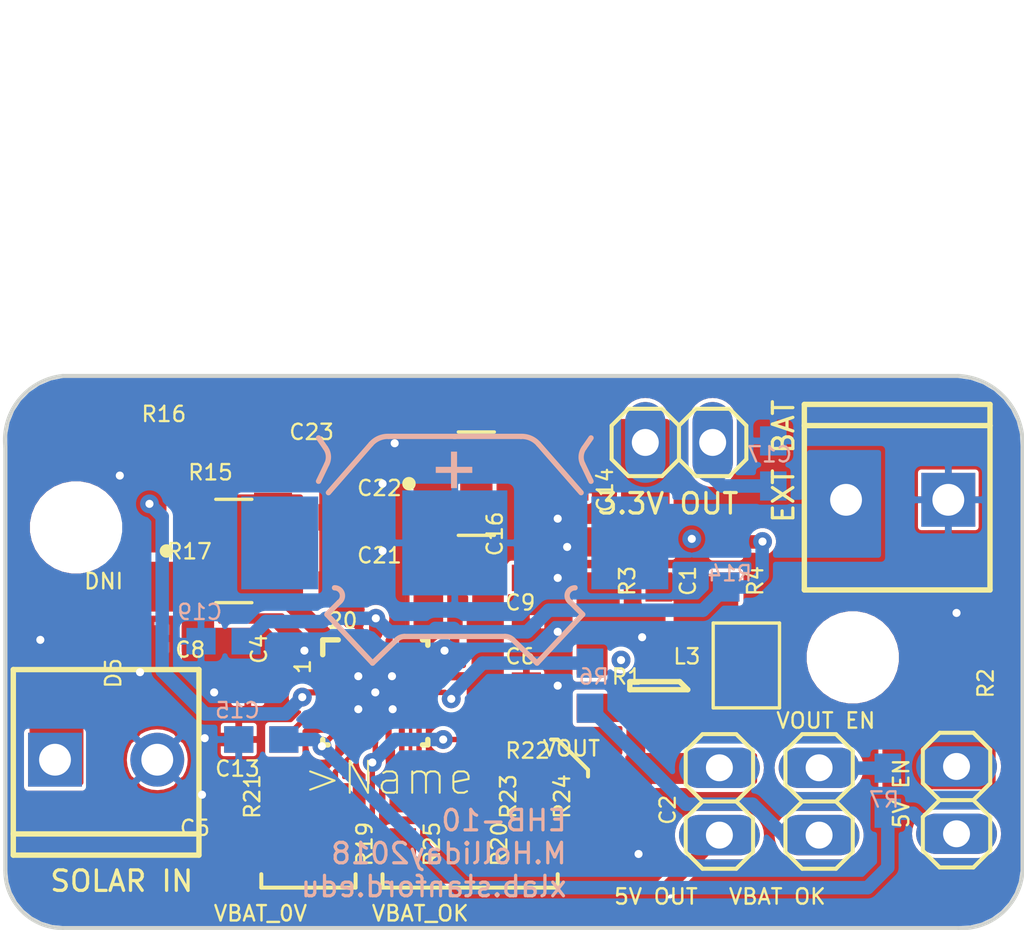
<source format=kicad_pcb>
(kicad_pcb (version 20171130) (host pcbnew "(5.1.4)-1")
  (layers (0 Top signal) (31 Bottom signal) (34 B.Paste user hide) (35 F.Paste user hide) (36 B.SilkS user hide) (37 F.SilkS user hide) (38 B.Mask user hide) (39 F.Mask user hide) (44 Edge.Cuts user))
  (net 0 "")
  (net 1 GND)
  (net 2 "Net-(C1-Pad2)")
  (net 3 3.3V)
  (net 4 "Net-(C2-Pad1)")
  (net 5 "Net-(C4-Pad1)")
  (net 6 /+5V)
  (net 7 "Net-(C14-Pad1)")
  (net 8 "Net-(C13-Pad1)")
  (net 9 /VOUT_EN)
  (net 10 "Net-(R1-Pad1)")
  (net 11 "Net-(JP2-Pad2)")
  (net 12 /VBAT)
  (net 13 "Net-(L1-Pad2)")
  (net 14 "Net-(C21-Pad1)")
  (net 15 "Net-(L4-Pad1)")
  (net 16 /VBAT_OK)
  (net 17 "Net-(R22-Pad1)")
  (net 18 "Net-(R20-Pad1)")
  (net 19 "Net-(R20-Pad2)")
  (net 20 "Net-(R19-Pad2)")
  (net 21 "Net-(R19-Pad1)")
  (net 22 "Net-(R15-Pad2)")
  (net 23 "Net-(L3-PadP$2)")
  (net 24 /+3.3V)
  (net 25 "Net-(G2-Pad+@1)")
  (net 26 "Net-(JP6-Pad1)")
  (net 27 "Net-(JP6-Pad2)")
  (module "" (layer Top) (at 131.99616 100.302844)
    (fp_text reference @HOLE0 hide)
    (fp_text value "" (at 0 0) (layer F.SilkS) (effects (font (size 1.27 1.27))))
    (pad "" np_thru_hole circle (at 0 0) (size 3.175 3.175) (drill 3.175) (layers *.Cu *.Mask))
  )
  (module "" (layer Top) (at 161.28236 105.205044)
    (fp_text reference @HOLE1 hide)
    (fp_text value "" (at 0 0) (layer F.SilkS) (effects (font (size 1.27 1.27))))
    (pad "" np_thru_hole circle (at 0 0) (size 3.175 3.175) (drill 3.175) (layers *.Cu *.Mask))
  )
  (module EBH-10:0603 (layer Top) (at 153.96716 101.699844 270)
    (fp_text reference C1 (at 0 -0.762 90) (layer F.SilkS) (effects (font (size 0.57912 0.57912) (thickness 0.086868)) (justify right top)))
    (fp_text value 10uF)
    (pad 2 smd rect (at 0.85 0 270) (size 1.1 1) (layers Top F.Paste F.Mask) (net 2 "Net-(C1-Pad2)"))
    (pad 1 smd rect (at -0.85 0 270) (size 1.1 1) (layers Top F.Paste F.Mask) (net 1 GND))
  )
  (module EBH-10:0603 (layer Top) (at 138.98116 108.303844 180)
    (fp_text reference C13 (at 0 -0.762) (layer F.SilkS) (effects (font (size 0.57912 0.57912) (thickness 0.086868)) (justify right top)))
    (fp_text value 10nF)
    (pad 2 smd rect (at 0.85 0 180) (size 1.1 1) (layers Top F.Paste F.Mask) (net 1 GND))
    (pad 1 smd rect (at -0.85 0 180) (size 1.1 1) (layers Top F.Paste F.Mask) (net 8 "Net-(C13-Pad1)"))
  )
  (module EBH-10:0805 (layer Top) (at 150.71596 97.991444 270)
    (fp_text reference C14 (at 0 -0.889 90) (layer F.SilkS) (effects (font (size 0.57912 0.57912) (thickness 0.086868)) (justify right top)))
    (fp_text value 22uF)
    (pad 2 smd rect (at 0.9 0 270) (size 0.8 1.2) (layers Top F.Paste F.Mask) (net 1 GND))
    (pad 1 smd rect (at -0.9 0 270) (size 0.8 1.2) (layers Top F.Paste F.Mask) (net 7 "Net-(C14-Pad1)"))
  )
  (module EBH-10:0603 (layer Bottom) (at 138.98116 108.303844 180)
    (fp_text reference C15 (at 0 0.762) (layer B.SilkS) (effects (font (size 0.57912 0.57912) (thickness 0.086868)) (justify left bottom mirror)))
    (fp_text value 1.0uF)
    (pad 2 smd rect (at 0.85 0 180) (size 1.1 1) (layers Bottom B.Paste B.Mask) (net 1 GND))
    (pad 1 smd rect (at -0.85 0 180) (size 1.1 1) (layers Bottom B.Paste B.Mask) (net 9 /VOUT_EN))
  )
  (module EBH-10:0603 (layer Top) (at 148.12516 102.207844)
    (fp_text reference C16 (at 0 -0.762 90) (layer F.SilkS) (effects (font (size 0.57912 0.57912) (thickness 0.086868)) (justify left bottom)))
    (fp_text value 100uF)
    (pad 2 smd rect (at 0.85 0) (size 1.1 1) (layers Top F.Paste F.Mask) (net 1 GND))
    (pad 1 smd rect (at -0.85 0) (size 1.1 1) (layers Top F.Paste F.Mask) (net 7 "Net-(C14-Pad1)"))
  )
  (module EBH-10:0603 (layer Bottom) (at 158.28516 97.889844 90)
    (fp_text reference C17 (at 0 0.762 180) (layer B.SilkS) (effects (font (size 0.57912 0.57912) (thickness 0.086868)) (justify left bottom mirror)))
    (fp_text value 0.1uF)
    (pad 2 smd rect (at 0.85 0 90) (size 1.1 1) (layers Bottom B.Paste B.Mask) (net 1 GND))
    (pad 1 smd rect (at -0.85 0 90) (size 1.1 1) (layers Bottom B.Paste B.Mask) (net 24 /+3.3V))
  )
  (module EBH-10:0603 (layer Bottom) (at 137.55876 104.595444 180)
    (fp_text reference C19 (at 0 0.762) (layer B.SilkS) (effects (font (size 0.57912 0.57912) (thickness 0.086868)) (justify left bottom mirror)))
    (fp_text value 100uF)
    (pad 2 smd rect (at 0.85 0 180) (size 1.1 1) (layers Bottom B.Paste B.Mask) (net 1 GND))
    (pad 1 smd rect (at -0.85 0 180) (size 1.1 1) (layers Bottom B.Paste B.Mask) (net 12 /VBAT))
  )
  (module EBH-10:0603 (layer Top) (at 153.20516 110.335844 270)
    (fp_text reference C2 (at 0 -0.762 90) (layer F.SilkS) (effects (font (size 0.57912 0.57912) (thickness 0.086868)) (justify right top)))
    (fp_text value 10uF)
    (pad 2 smd rect (at 0.85 0 270) (size 1.1 1) (layers Top F.Paste F.Mask) (net 1 GND))
    (pad 1 smd rect (at -0.85 0 270) (size 1.1 1) (layers Top F.Paste F.Mask) (net 4 "Net-(C2-Pad1)"))
  )
  (module EBH-10:0603 (layer Top) (at 142.53716 102.461844)
    (fp_text reference C21 (at 0 -0.762) (layer F.SilkS) (effects (font (size 0.57912 0.57912) (thickness 0.086868)) (justify left bottom)))
    (fp_text value 4.7uF)
    (pad 2 smd rect (at 0.85 0) (size 1.1 1) (layers Top F.Paste F.Mask) (net 1 GND))
    (pad 1 smd rect (at -0.85 0) (size 1.1 1) (layers Top F.Paste F.Mask) (net 14 "Net-(C21-Pad1)"))
  )
  (module EBH-10:0603 (layer Top) (at 142.53716 99.921844)
    (fp_text reference C22 (at 0 -0.762) (layer F.SilkS) (effects (font (size 0.57912 0.57912) (thickness 0.086868)) (justify left bottom)))
    (fp_text value 0.1uF)
    (pad 2 smd rect (at 0.85 0) (size 1.1 1) (layers Top F.Paste F.Mask) (net 1 GND))
    (pad 1 smd rect (at -0.85 0) (size 1.1 1) (layers Top F.Paste F.Mask) (net 14 "Net-(C21-Pad1)"))
  )
  (module EBH-10:0603 (layer Top) (at 141.77516 97.127844)
    (fp_text reference C23 (at 0 -0.762) (layer F.SilkS) (effects (font (size 0.57912 0.57912) (thickness 0.086868)) (justify right top)))
    (fp_text value 100uF)
    (pad 2 smd rect (at 0.85 0) (size 1.1 1) (layers Top F.Paste F.Mask) (net 1 GND))
    (pad 1 smd rect (at -0.85 0) (size 1.1 1) (layers Top F.Paste F.Mask) (net 14 "Net-(C21-Pad1)"))
  )
  (module EBH-10:0603 (layer Top) (at 138.47316 105.509844 270)
    (fp_text reference C4 (at 0 -0.762 90) (layer F.SilkS) (effects (font (size 0.57912 0.57912) (thickness 0.086868)) (justify left bottom)))
    (fp_text value 4.7uF)
    (pad 2 smd rect (at 0.85 0 270) (size 1.1 1) (layers Top F.Paste F.Mask) (net 1 GND))
    (pad 1 smd rect (at -0.85 0 270) (size 1.1 1) (layers Top F.Paste F.Mask) (net 5 "Net-(C4-Pad1)"))
  )
  (module EBH-10:0603 (layer Top) (at 137.86356 111.301044 90)
    (fp_text reference C5 (at 0 -0.762) (layer F.SilkS) (effects (font (size 0.57912 0.57912) (thickness 0.086868)) (justify right top)))
    (fp_text value 0.1uF)
    (pad 2 smd rect (at 0.85 0 90) (size 1.1 1) (layers Top F.Paste F.Mask) (net 1 GND))
    (pad 1 smd rect (at -0.85 0 90) (size 1.1 1) (layers Top F.Paste F.Mask) (net 6 /+5V))
  )
  (module EBH-10:0603 (layer Top) (at 148.12516 106.271844)
    (fp_text reference C6 (at 0 -0.762) (layer F.SilkS) (effects (font (size 0.57912 0.57912) (thickness 0.086868)) (justify left bottom)))
    (fp_text value 0.1uF)
    (pad 2 smd rect (at 0.85 0) (size 1.1 1) (layers Top F.Paste F.Mask) (net 1 GND))
    (pad 1 smd rect (at -0.85 0) (size 1.1 1) (layers Top F.Paste F.Mask) (net 7 "Net-(C14-Pad1)"))
  )
  (module EBH-10:0603 (layer Top) (at 135.67916 104.493844 180)
    (fp_text reference C8 (at 0 -0.762) (layer F.SilkS) (effects (font (size 0.57912 0.57912) (thickness 0.086868)) (justify left bottom)))
    (fp_text value 0.1uF)
    (pad 2 smd rect (at 0.85 0 180) (size 1.1 1) (layers Top F.Paste F.Mask) (net 1 GND))
    (pad 1 smd rect (at -0.85 0 180) (size 1.1 1) (layers Top F.Paste F.Mask) (net 5 "Net-(C4-Pad1)"))
  )
  (module EBH-10:0603 (layer Top) (at 148.12516 104.239844)
    (fp_text reference C9 (at 0 -0.762) (layer F.SilkS) (effects (font (size 0.57912 0.57912) (thickness 0.086868)) (justify left bottom)))
    (fp_text value 100uF)
    (pad 2 smd rect (at 0.85 0) (size 1.1 1) (layers Top F.Paste F.Mask) (net 1 GND))
    (pad 1 smd rect (at -0.85 0) (size 1.1 1) (layers Top F.Paste F.Mask) (net 7 "Net-(C14-Pad1)"))
  )
  (module EBH-10:SOD523 (layer Top) (at 132.42796 104.544644 180)
    (fp_text reference D5 (at -0.635 -0.635 90) (layer F.SilkS) (effects (font (size 0.57912 0.57912) (thickness 0.086868)) (justify right top)))
    (fp_text value BZT52C4V7t)
    (pad C smd rect (at -0.6 0 180) (size 0.7 0.5) (layers Top F.Paste F.Mask) (net 5 "Net-(C4-Pad1)"))
    (pad A smd rect (at 0.7 0 180) (size 0.7 0.5) (layers Top F.Paste F.Mask) (net 1 GND))
  )
  (module EBH-10:DUMMY (layer Top) (at 146.90116 93.597844 90)
    (fp_text reference FRAME1 hide)
    (fp_text value FRAME-LETTERNO_PACKAGE hide)
  )
  (module EBH-10:10MM_SM_COIN_CELL_CLIP (layer Bottom) (at 146.27636 100.887044 180)
    (fp_text reference G2 hide)
    (fp_text value 10MM_SM_COIN_CELL_CLIP)
    (pad - smd rect (at 0 0 180) (size 3.96 3.96) (layers Bottom B.Paste B.Mask) (net 1 GND))
    (pad +@2 smd rect (at 6.6 0 180) (size 2.9 3.5) (layers Bottom B.Paste B.Mask) (net 25 "Net-(G2-Pad+@1)"))
    (pad +@1 smd rect (at -6.6 0 180) (size 2.9 3.5) (layers Bottom B.Paste B.Mask) (net 25 "Net-(G2-Pad+@1)"))
  )
  (module EBH-10:1X02 (layer Top) (at 156.25316 110.640644 270)
    (fp_text reference JP1 hide)
    (fp_text value PINHD-1X2)
    (pad 2 thru_hole oval (at 1.27 0) (size 3.048 1.524) (drill 1.016) (layers *.Cu *.Mask) (net 6 /+5V))
    (pad 1 thru_hole oval (at -1.27 0) (size 3.048 1.524) (drill 1.016) (layers *.Cu *.Mask) (net 4 "Net-(C2-Pad1)"))
  )
  (module EBH-10:1X02 (layer Top) (at 165.19396 110.589844 90)
    (fp_text reference JP2 hide)
    (fp_text value PINHD-1X2)
    (pad 2 thru_hole oval (at 1.27 0 180) (size 3.048 1.524) (drill 1.016) (layers *.Cu *.Mask) (net 11 "Net-(JP2-Pad2)"))
    (pad 1 thru_hole oval (at -1.27 0 180) (size 3.048 1.524) (drill 1.016) (layers *.Cu *.Mask) (net 9 /VOUT_EN))
  )
  (module EBH-10:1X02 (layer Top) (at 154.72916 97.097044)
    (fp_text reference JP3 hide)
    (fp_text value PINHD-1X2)
    (pad 2 thru_hole oval (at 1.27 0 90) (size 3.048 1.524) (drill 1.016) (layers *.Cu *.Mask) (net 24 /+3.3V))
    (pad 1 thru_hole oval (at -1.27 0 90) (size 3.048 1.524) (drill 1.016) (layers *.Cu *.Mask) (net 7 "Net-(C14-Pad1)"))
  )
  (module EBH-10:0603 (layer Top) (at 151.37636 106.271844 270)
    (fp_text reference R1 (at 0 -0.762) (layer F.SilkS) (effects (font (size 0.57912 0.57912) (thickness 0.086868)) (justify left bottom)))
    (fp_text value 1M)
    (pad 2 smd rect (at 0.85 0 270) (size 1.1 1) (layers Top F.Paste F.Mask) (net 4 "Net-(C2-Pad1)"))
    (pad 1 smd rect (at -0.85 0 270) (size 1.1 1) (layers Top F.Paste F.Mask) (net 10 "Net-(R1-Pad1)"))
  )
  (module EBH-10:0603 (layer Bottom) (at 156.50716 101.699844 270)
    (fp_text reference R14 (at 0 0.762 180) (layer B.SilkS) (effects (font (size 0.57912 0.57912) (thickness 0.086868)) (justify right top mirror)))
    (fp_text value 0)
    (pad 2 smd rect (at 0.85 0 270) (size 1.1 1) (layers Bottom B.Paste B.Mask) (net 12 /VBAT))
    (pad 1 smd rect (at -0.85 0 270) (size 1.1 1) (layers Bottom B.Paste B.Mask) (net 25 "Net-(G2-Pad+@1)"))
  )
  (module EBH-10:0603 (layer Top) (at 137.96516 97.127844 180)
    (fp_text reference R15 (at 0 -0.762) (layer F.SilkS) (effects (font (size 0.57912 0.57912) (thickness 0.086868)) (justify right top)))
    (fp_text value 0)
    (pad 2 smd rect (at 0.85 0 180) (size 1.1 1) (layers Top F.Paste F.Mask) (net 22 "Net-(R15-Pad2)"))
    (pad 1 smd rect (at -0.85 0 180) (size 1.1 1) (layers Top F.Paste F.Mask) (net 14 "Net-(C21-Pad1)"))
  )
  (module EBH-10:0603 (layer Top) (at 134.40916 97.127844)
    (fp_text reference R16 (at 0 -0.762) (layer F.SilkS) (effects (font (size 0.57912 0.57912) (thickness 0.086868)) (justify left bottom)))
    (fp_text value 0)
    (pad 2 smd rect (at 0.85 0) (size 1.1 1) (layers Top F.Paste F.Mask) (net 22 "Net-(R15-Pad2)"))
    (pad 1 smd rect (at -0.85 0) (size 1.1 1) (layers Top F.Paste F.Mask) (net 1 GND))
  )
  (module EBH-10:0603 (layer Top) (at 134.61236 101.547444 270)
    (fp_text reference R17 (at 0 -0.762) (layer F.SilkS) (effects (font (size 0.57912 0.57912) (thickness 0.086868)) (justify left bottom)))
    (fp_text value 0)
    (pad 2 smd rect (at 0.85 0 270) (size 1.1 1) (layers Top F.Paste F.Mask) (net 5 "Net-(C4-Pad1)"))
    (pad 1 smd rect (at -0.85 0 270) (size 1.1 1) (layers Top F.Paste F.Mask) (net 22 "Net-(R15-Pad2)"))
  )
  (module EBH-10:0603 (layer Top) (at 141.77516 111.351844 270)
    (fp_text reference R19 (at 0 -0.762 90) (layer F.SilkS) (effects (font (size 0.57912 0.57912) (thickness 0.086868)) (justify right top)))
    (fp_text value 7.32M)
    (pad 2 smd rect (at 0.85 0 270) (size 1.1 1) (layers Top F.Paste F.Mask) (net 20 "Net-(R19-Pad2)"))
    (pad 1 smd rect (at -0.85 0 270) (size 1.1 1) (layers Top F.Paste F.Mask) (net 21 "Net-(R19-Pad1)"))
  )
  (module EBH-10:0603 (layer Top) (at 165.19396 105.560644 270)
    (fp_text reference R2 (at 0 -0.762 90) (layer F.SilkS) (effects (font (size 0.57912 0.57912) (thickness 0.086868)) (justify right top)))
    (fp_text value 1M)
    (pad 2 smd rect (at 0.85 0 270) (size 1.1 1) (layers Top F.Paste F.Mask) (net 11 "Net-(JP2-Pad2)"))
    (pad 1 smd rect (at -0.85 0 270) (size 1.1 1) (layers Top F.Paste F.Mask) (net 1 GND))
  )
  (module EBH-10:0603 (layer Top) (at 146.85516 111.351844 270)
    (fp_text reference R20 (at 0 -0.762 90) (layer F.SilkS) (effects (font (size 0.57912 0.57912) (thickness 0.086868)) (justify right top)))
    (fp_text value 8.25M)
    (pad 2 smd rect (at 0.85 0 270) (size 1.1 1) (layers Top F.Paste F.Mask) (net 19 "Net-(R20-Pad2)"))
    (pad 1 smd rect (at -0.85 0 270) (size 1.1 1) (layers Top F.Paste F.Mask) (net 18 "Net-(R20-Pad1)"))
  )
  (module EBH-10:0603 (layer Top) (at 139.74316 111.351844 90)
    (fp_text reference R21 (at 0 -0.762 90) (layer F.SilkS) (effects (font (size 0.57912 0.57912) (thickness 0.086868)) (justify left bottom)))
    (fp_text value 5.62M)
    (pad 2 smd rect (at 0.85 0 90) (size 1.1 1) (layers Top F.Paste F.Mask) (net 21 "Net-(R19-Pad1)"))
    (pad 1 smd rect (at -0.85 0 90) (size 1.1 1) (layers Top F.Paste F.Mask) (net 1 GND))
  )
  (module EBH-10:0603 (layer Top) (at 148.12516 108.303844 180)
    (fp_text reference R22 (at 0 -0.762) (layer F.SilkS) (effects (font (size 0.57912 0.57912) (thickness 0.086868)) (justify left bottom)))
    (fp_text value 8.25M)
    (pad 2 smd rect (at 0.85 0 180) (size 1.1 1) (layers Top F.Paste F.Mask) (net 20 "Net-(R19-Pad2)"))
    (pad 1 smd rect (at -0.85 0 180) (size 1.1 1) (layers Top F.Paste F.Mask) (net 17 "Net-(R22-Pad1)"))
  )
  (module EBH-10:0603 (layer Top) (at 149.39516 111.351844 90)
    (fp_text reference R23 (at 0 -0.762 90) (layer F.SilkS) (effects (font (size 0.57912 0.57912) (thickness 0.086868)) (justify left bottom)))
    (fp_text value 4.53M)
    (pad 2 smd rect (at 0.85 0 90) (size 1.1 1) (layers Top F.Paste F.Mask) (net 18 "Net-(R20-Pad1)"))
    (pad 1 smd rect (at -0.85 0 90) (size 1.1 1) (layers Top F.Paste F.Mask) (net 1 GND))
  )
  (module EBH-10:0603 (layer Top) (at 151.42716 111.351844 90)
    (fp_text reference R24 (at 0 -0.762 90) (layer F.SilkS) (effects (font (size 0.57912 0.57912) (thickness 0.086868)) (justify left bottom)))
    (fp_text value 4.75M)
    (pad 2 smd rect (at 0.85 0 90) (size 1.1 1) (layers Top F.Paste F.Mask) (net 17 "Net-(R22-Pad1)"))
    (pad 1 smd rect (at -0.85 0 90) (size 1.1 1) (layers Top F.Paste F.Mask) (net 1 GND))
  )
  (module EBH-10:0603 (layer Top) (at 144.31516 111.351844 270)
    (fp_text reference R25 (at 0 -0.762 90) (layer F.SilkS) (effects (font (size 0.57912 0.57912) (thickness 0.086868)) (justify right top)))
    (fp_text value 374K)
    (pad 2 smd rect (at 0.85 0 270) (size 1.1 1) (layers Top F.Paste F.Mask) (net 20 "Net-(R19-Pad2)"))
    (pad 1 smd rect (at -0.85 0 270) (size 1.1 1) (layers Top F.Paste F.Mask) (net 19 "Net-(R20-Pad2)"))
  )
  (module EBH-10:0603 (layer Top) (at 151.68116 101.699844 270)
    (fp_text reference R3 (at 0 -0.762 90) (layer F.SilkS) (effects (font (size 0.57912 0.57912) (thickness 0.086868)) (justify right top)))
    (fp_text value 110K)
    (pad 2 smd rect (at 0.85 0 270) (size 1.1 1) (layers Top F.Paste F.Mask) (net 10 "Net-(R1-Pad1)"))
    (pad 1 smd rect (at -0.85 0 270) (size 1.1 1) (layers Top F.Paste F.Mask) (net 1 GND))
  )
  (module EBH-10:0603 (layer Top) (at 156.50716 101.699844 270)
    (fp_text reference R4 (at 0 -0.762 90) (layer F.SilkS) (effects (font (size 0.57912 0.57912) (thickness 0.086868)) (justify right top)))
    (fp_text value 0)
    (pad 2 smd rect (at 0.85 0 270) (size 1.1 1) (layers Top F.Paste F.Mask) (net 2 "Net-(C1-Pad2)"))
    (pad 1 smd rect (at -0.85 0 270) (size 1.1 1) (layers Top F.Paste F.Mask) (net 12 /VBAT))
  )
  (module EBH-10:0603 (layer Bottom) (at 151.37636 106.271844 90)
    (fp_text reference R6 (at 0 0.762 180) (layer B.SilkS) (effects (font (size 0.57912 0.57912) (thickness 0.086868)) (justify left bottom mirror)))
    (fp_text value 0)
    (pad 2 smd rect (at 0.85 0 90) (size 1.1 1) (layers Bottom B.Paste B.Mask) (net 16 /VBAT_OK))
    (pad 1 smd rect (at -0.85 0 90) (size 1.1 1) (layers Bottom B.Paste B.Mask) (net 26 "Net-(JP6-Pad1)"))
  )
  (module EBH-10:0603 (layer Bottom) (at 162.60316 110.234244 270)
    (fp_text reference R7 (at 0 0.762 180) (layer B.SilkS) (effects (font (size 0.57912 0.57912) (thickness 0.086868)) (justify right top mirror)))
    (fp_text value 0)
    (pad 2 smd rect (at 0.85 0 270) (size 1.1 1) (layers Bottom B.Paste B.Mask) (net 9 /VOUT_EN))
    (pad 1 smd rect (at -0.85 0 270) (size 1.1 1) (layers Bottom B.Paste B.Mask) (net 27 "Net-(JP6-Pad2)"))
  )
  (module EBH-10:RGR0020A (layer Top) (at 143.27916 106.525844)
    (fp_text reference U1 hide)
    (fp_text value Value hide)
    (fp_text user >Name (at -2.794 3.937) (layer F.SilkS) (effects (font (size 1.2065 1.2065) (thickness 0.0762)) (justify left bottom)))
    (pad V smd roundrect (at 0 0.14) (size 0.5 0.5) (layers Top F.Paste F.Mask) (roundrect_rratio 0.5) (net 1 GND))
    (pad 21 smd rect (at 0 0) (size 2.05 2.05) (layers Top F.Paste F.Mask) (net 1 GND))
    (pad 20 smd roundrect (at -1 -1.65 90) (size 0.7239 0.2286) (layers Top F.Paste F.Mask) (roundrect_rratio 0.5) (net 13 "Net-(L1-Pad2)"))
    (pad 19 smd roundrect (at -0.5 -1.65 90) (size 0.7239 0.2286) (layers Top F.Paste F.Mask) (roundrect_rratio 0.5) (net 14 "Net-(C21-Pad1)"))
    (pad 18 smd roundrect (at 0 -1.65 90) (size 0.7239 0.2286) (layers Top F.Paste F.Mask) (roundrect_rratio 0.5) (net 12 /VBAT))
    (pad 17 smd roundrect (at 0.5 -1.65 90) (size 0.7239 0.2286) (layers Top F.Paste F.Mask) (roundrect_rratio 0.5) (net 1 GND))
    (pad 16 smd roundrect (at 1 -1.65 90) (size 0.7239 0.2286) (layers Top F.Paste F.Mask) (roundrect_rratio 0.5) (net 15 "Net-(L4-Pad1)"))
    (pad 15 smd roundrect (at 1.65 -1 180) (size 0.7239 0.2286) (layers Top F.Paste F.Mask) (roundrect_rratio 0.5) (net 1 GND))
    (pad 14 smd roundrect (at 1.65 -0.5 180) (size 0.7239 0.2286) (layers Top F.Paste F.Mask) (roundrect_rratio 0.5) (net 7 "Net-(C14-Pad1)"))
    (pad 13 smd roundrect (at 1.65 0 180) (size 0.7239 0.2286) (layers Top F.Paste F.Mask) (roundrect_rratio 0.5) (net 16 /VBAT_OK))
    (pad 12 smd roundrect (at 1.65 0.5 180) (size 0.7239 0.2286) (layers Top F.Paste F.Mask) (roundrect_rratio 0.5) (net 17 "Net-(R22-Pad1)"))
    (pad 11 smd roundrect (at 1.65 1 180) (size 0.7239 0.2286) (layers Top F.Paste F.Mask) (roundrect_rratio 0.5) (net 18 "Net-(R20-Pad1)"))
    (pad 10 smd roundrect (at 1 1.65 90) (size 0.7239 0.2286) (layers Top F.Paste F.Mask) (roundrect_rratio 0.5) (net 19 "Net-(R20-Pad2)"))
    (pad 9 smd roundrect (at 0.5 1.65 90) (size 0.7239 0.2286) (layers Top F.Paste F.Mask) (roundrect_rratio 0.5) (net 1 GND))
    (pad 8 smd roundrect (at 0 1.65 90) (size 0.7239 0.2286) (layers Top F.Paste F.Mask) (roundrect_rratio 0.5) (net 20 "Net-(R19-Pad2)"))
    (pad 7 smd roundrect (at -0.5 1.65 90) (size 0.7239 0.2286) (layers Top F.Paste F.Mask) (roundrect_rratio 0.5) (net 21 "Net-(R19-Pad1)"))
    (pad 6 smd roundrect (at -1 1.65 90) (size 0.7239 0.2286) (layers Top F.Paste F.Mask) (roundrect_rratio 0.5) (net 9 /VOUT_EN))
    (pad 5 smd roundrect (at -1.65 1 180) (size 0.7239 0.2286) (layers Top F.Paste F.Mask) (roundrect_rratio 0.5) (net 1 GND))
    (pad 4 smd roundrect (at -1.65 0.5 180) (size 0.7239 0.2286) (layers Top F.Paste F.Mask) (roundrect_rratio 0.5) (net 8 "Net-(C13-Pad1)"))
    (pad 3 smd roundrect (at -1.65 0 180) (size 0.7239 0.2286) (layers Top F.Paste F.Mask) (roundrect_rratio 0.5) (net 22 "Net-(R15-Pad2)"))
    (pad 2 smd roundrect (at -1.65 -0.5 180) (size 0.7239 0.2286) (layers Top F.Paste F.Mask) (roundrect_rratio 0.5) (net 5 "Net-(C4-Pad1)"))
    (pad 1 smd roundrect (at -1.65 -1 180) (size 0.7239 0.2286) (layers Top F.Paste F.Mask) (roundrect_rratio 0.5) (net 1 GND))
  )
  (module EBH-10:DCK0006A (layer Top) (at 153.96716 106.271844 270)
    (fp_text reference U2 hide)
    (fp_text value TPS61220DCKR hide)
    (pad 6 smd rect (at 0.95 -0.65) (size 0.4 0.85) (layers Top F.Paste F.Mask) (net 11 "Net-(JP2-Pad2)"))
    (pad 5 smd rect (at 0.95 0) (size 0.4 0.85) (layers Top F.Paste F.Mask) (net 23 "Net-(L3-PadP$2)"))
    (pad 4 smd rect (at 0.95 0.65) (size 0.4 0.85) (layers Top F.Paste F.Mask) (net 4 "Net-(C2-Pad1)"))
    (pad 3 smd rect (at -0.949996 0.65) (size 0.4 0.85) (layers Top F.Paste F.Mask) (net 1 GND))
    (pad 2 smd rect (at -0.949996 0) (size 0.4 0.85) (layers Top F.Paste F.Mask) (net 10 "Net-(R1-Pad1)"))
    (pad 1 smd rect (at -0.949996 -0.65) (size 0.4 0.85) (layers Top F.Paste F.Mask) (net 2 "Net-(C1-Pad2)"))
  )
  (module EBH-10:SCREWTERMINAL-3.5MM-2_LOCK (layer Top) (at 131.38116 109.065844)
    (fp_text reference JP11 hide)
    (fp_text value M023.5MM_LOCK)
    (pad 2 thru_hole circle (at 3.6778 0) (size 2.032 2.032) (drill 1.2) (layers *.Cu *.Mask) (net 1 GND))
    (pad 1 thru_hole rect (at -0.1778 0) (size 2.032 2.032) (drill 1.2) (layers *.Cu *.Mask) (net 5 "Net-(C4-Pad1)"))
  )
  (module EBH-10:LPS4018 (layer Top) (at 137.94516 101.191844)
    (fp_text reference L1 hide)
    (fp_text value 22uH-LPS4018-223MR hide)
    (pad 2 smd rect (at 1.47955 0) (size 1.4351 4.3942) (layers Top F.Paste F.Mask) (net 13 "Net-(L1-Pad2)"))
    (pad 1 smd rect (at -1.47955 0) (size 1.4351 4.3942) (layers Top F.Paste F.Mask) (net 5 "Net-(C4-Pad1)"))
  )
  (module EBH-10:LPS4018 (layer Top) (at 147.08916 98.651844)
    (fp_text reference L4 hide)
    (fp_text value 10uH-LPS4018-103MR hide)
    (pad 2 smd rect (at 1.47955 0) (size 1.4351 4.3942) (layers Top F.Paste F.Mask) (net 7 "Net-(C14-Pad1)"))
    (pad 1 smd rect (at -1.47955 0) (size 1.4351 4.3942) (layers Top F.Paste F.Mask) (net 15 "Net-(L4-Pad1)"))
  )
  (module EBH-10:DFE322512C (layer Top) (at 157.26916 105.509844 90)
    (fp_text reference L3 (at 0 -2.81) (layer F.SilkS) (effects (font (size 0.57912 0.57912) (thickness 0.086868)) (justify left bottom)))
    (fp_text value "4.7uH - EPL3015-472ML")
    (pad P$2 smd rect (at -1.225 0 180) (size 2.5 0.75) (layers Top F.Paste F.Mask) (net 23 "Net-(L3-PadP$2)"))
    (pad P$1 smd rect (at 1.225 0 180) (size 2.5 0.75) (layers Top F.Paste F.Mask) (net 2 "Net-(C1-Pad2)"))
  )
  (module EBH-10:SCREWTERMINAL-3.5MM-2_LOCK (layer Top) (at 164.70596 99.261444 180)
    (fp_text reference JP5 hide)
    (fp_text value M023.5MM_LOCK)
    (pad 2 thru_hole circle (at 3.6778 0 180) (size 2.032 2.032) (drill 1.2) (layers *.Cu *.Mask) (net 25 "Net-(G2-Pad+@1)"))
    (pad 1 thru_hole rect (at -0.1778 0 180) (size 2.032 2.032) (drill 1.2) (layers *.Cu *.Mask) (net 1 GND))
  )
  (module EBH-10:1X02 (layer Top) (at 160.01236 110.640644 90)
    (fp_text reference JP6 hide)
    (fp_text value PINHD-1X2)
    (pad 2 thru_hole oval (at 1.27 0 180) (size 3.048 1.524) (drill 1.016) (layers *.Cu *.Mask) (net 27 "Net-(JP6-Pad2)"))
    (pad 1 thru_hole oval (at -1.27 0 180) (size 3.048 1.524) (drill 1.016) (layers *.Cu *.Mask) (net 26 "Net-(JP6-Pad1)"))
  )
  (gr_line (start 167.68316 113.247823) (end 167.68316 97.263866) (layer Edge.Cuts) (width 0.15))
  (gr_arc (start 165.134138 97.136866) (end 167.68316 97.263866) (angle -90) (layer Edge.Cuts) (width 0.15))
  (gr_line (start 165.261138 94.587844) (end 131.497181 94.587844) (layer Edge.Cuts) (width 0.15))
  (gr_arc (start 131.751181 97.009866) (end 131.497181 94.587844) (angle -90) (layer Edge.Cuts) (width 0.15))
  (gr_line (start 129.32916 97.263866) (end 129.32916 113.247823) (layer Edge.Cuts) (width 0.15))
  (gr_arc (start 131.49718 113.247824) (end 129.32916 113.247823) (angle -90) (layer Edge.Cuts) (width 0.15))
  (gr_line (start 131.497181 115.415844) (end 165.261138 115.415844) (layer Edge.Cuts) (width 0.15))
  (gr_arc (start 165.388138 113.120823) (end 165.261138 115.415844) (angle -90) (layer Edge.Cuts) (width 0.15))
  (gr_text "3.3V OUT" (at 157.04056 98.956644) (layer F.SilkS) (effects (font (size 0.77216 0.77216) (thickness 0.12192)) (justify right top)))
  (gr_text "EXT BAT" (at 159.12336 100.201244 90) (layer F.SilkS) (effects (font (size 0.77216 0.77216) (thickness 0.12192)) (justify left bottom)))
  (gr_text "VOUT EN" (at 160.26636 107.592644) (layer F.SilkS) (effects (font (size 0.57912 0.57912) (thickness 0.09144))))
  (gr_text "5V OUT" (at 155.49116 113.891844) (layer F.SilkS) (effects (font (size 0.57912 0.57912) (thickness 0.09144)) (justify right top)))
  (gr_text "VBAT OK" (at 160.31716 113.891844) (layer F.SilkS) (effects (font (size 0.57912 0.57912) (thickness 0.09144)) (justify right top)))
  (gr_text "5V EN" (at 163.11116 110.335844 90) (layer F.SilkS) (effects (font (size 0.57912 0.57912) (thickness 0.09144))))
  (gr_text "SOLAR IN" (at 130.95476 114.095044) (layer F.SilkS) (effects (font (size 0.77216 0.77216) (thickness 0.12192)) (justify left bottom)))
  (gr_line (start 138.98116 113.383844) (end 138.98116 113.891844) (layer F.SilkS) (width 0.15))
  (gr_line (start 138.98116 113.891844) (end 142.53716 113.891844) (layer F.SilkS) (width 0.15))
  (gr_line (start 142.53716 113.891844) (end 142.53716 113.383844) (layer F.SilkS) (width 0.15))
  (gr_line (start 143.55316 113.383844) (end 143.55316 113.891844) (layer F.SilkS) (width 0.15))
  (gr_line (start 143.55316 113.891844) (end 150.15716 113.891844) (layer F.SilkS) (width 0.15))
  (gr_line (start 150.15716 113.891844) (end 150.15716 113.383844) (layer F.SilkS) (width 0.15))
  (gr_text VBAT_0V (at 140.75916 114.526844) (layer F.SilkS) (effects (font (size 0.57912 0.57912) (thickness 0.09144)) (justify right top)))
  (gr_text VBAT_OK (at 146.85516 114.526844) (layer F.SilkS) (effects (font (size 0.57912 0.57912) (thickness 0.09144)) (justify right top)))
  (gr_text VOUT (at 151.80816 108.303844) (layer F.SilkS) (effects (font (size 0.57912 0.57912) (thickness 0.09144)) (justify right top)))
  (gr_line (start 149.90316 108.303844) (end 150.15716 108.303844) (layer F.SilkS) (width 0.15))
  (gr_line (start 150.15716 108.303844) (end 151.30016 109.446844) (layer F.SilkS) (width 0.15))
  (gr_line (start 151.30016 109.446844) (end 151.30016 109.700844) (layer F.SilkS) (width 0.15))
  (gr_text 1 (at 140.88616 105.890844 90) (layer F.SilkS) (effects (font (size 0.57912 0.57912) (thickness 0.09144)) (justify left bottom)))
  (gr_text 20 (at 142.66416 103.477844) (layer F.SilkS) (effects (font (size 0.57912 0.57912) (thickness 0.09144)) (justify right top)))
  (gr_text DNI (at 133.03756 102.334844) (layer F.SilkS) (effects (font (size 0.57912 0.57912) (thickness 0.09144))))
  (gr_text "EHB-10\nM.Holliday2018\nxlab.stanford.edu" (at 150.56356 114.298244) (layer B.SilkS) (effects (font (size 0.77216 0.77216) (thickness 0.12192)) (justify left bottom mirror)))
  (segment (start 143.27916 106.525844) (end 142.66956 105.916244) (width 0.2032) (layer Top) (net 1))
  (segment (start 142.66956 105.916244) (end 142.63876 105.916244) (width 0.2032) (layer Top) (net 1))
  (via (at 142.63876 105.916244) (size 0.7112) (drill 0.3048) (layers Top Bottom) (net 1))
  (segment (start 143.27916 106.525844) (end 143.88876 105.916244) (width 0.2032) (layer Top) (net 1))
  (segment (start 143.88876 105.916244) (end 143.90876 105.916244) (width 0.2032) (layer Top) (net 1))
  (via (at 143.90876 105.916244) (size 0.7112) (drill 0.3048) (layers Top Bottom) (net 1))
  (segment (start 143.27916 106.525844) (end 143.88876 107.135444) (width 0.2032) (layer Top) (net 1))
  (segment (start 143.88876 107.135444) (end 143.93416 107.160844) (width 0.2032) (layer Top) (net 1))
  (via (at 143.93416 107.160844) (size 0.7112) (drill 0.3048) (layers Top Bottom) (net 1))
  (segment (start 143.27916 106.525844) (end 142.66956 107.135444) (width 0.2032) (layer Top) (net 1))
  (segment (start 142.66956 107.135444) (end 142.63876 107.160844) (width 0.2032) (layer Top) (net 1))
  (via (at 142.63876 107.160844) (size 0.7112) (drill 0.3048) (layers Top Bottom) (net 1))
  (via (at 143.27916 106.525844) (size 0.7112) (drill 0.3048) (layers Top Bottom) (net 1))
  (segment (start 139.74316 112.201844) (end 139.90916 112.367844) (width 0.508) (layer Top) (net 1))
  (segment (start 149.22916 112.367844) (end 149.39516 112.201844) (width 0.2032) (layer Top) (net 1))
  (segment (start 138.47316 106.359844) (end 138.30716 106.525844) (width 0.508) (layer Top) (net 1))
  (segment (start 138.30716 106.525844) (end 137.20316 106.525844) (width 0.508) (layer Top) (net 1))
  (via (at 137.20316 106.525844) (size 0.7112) (drill 0.3048) (layers Top Bottom) (net 1))
  (segment (start 148.97516 102.207844) (end 150.15716 102.207844) (width 0.2032) (layer Top) (net 1))
  (via (at 150.15716 102.207844) (size 0.7112) (drill 0.3048) (layers Top Bottom) (net 1))
  (segment (start 148.97516 104.239844) (end 150.15716 104.239844) (width 0.2032) (layer Top) (net 1))
  (via (at 150.15716 104.239844) (size 0.7112) (drill 0.3048) (layers Top Bottom) (net 1))
  (segment (start 148.97516 106.271844) (end 150.15716 106.271844) (width 0.2032) (layer Top) (net 1))
  (via (at 150.15716 106.271844) (size 0.7112) (drill 0.3048) (layers Top Bottom) (net 1))
  (segment (start 143.38716 102.461844) (end 143.55316 102.295844) (width 0.2032) (layer Top) (net 1))
  (segment (start 143.55316 102.295844) (end 143.55316 101.191844) (width 0.2032) (layer Top) (net 1))
  (via (at 143.55316 101.191844) (size 0.7112) (drill 0.3048) (layers Top Bottom) (net 1))
  (segment (start 143.38716 99.921844) (end 143.55316 99.755844) (width 0.2032) (layer Top) (net 1))
  (segment (start 143.55316 99.755844) (end 143.55316 98.651844) (width 0.2032) (layer Top) (net 1))
  (via (at 143.55316 98.651844) (size 0.7112) (drill 0.3048) (layers Top Bottom) (net 1))
  (segment (start 134.82916 104.493844) (end 134.66316 104.327844) (width 0.2032) (layer Top) (net 1))
  (segment (start 153.20516 111.185844) (end 153.20516 112.621844) (width 0.2032) (layer Top) (net 1))
  (via (at 153.20516 112.621844) (size 0.7112) (drill 0.3048) (layers Top Bottom) (net 1))
  (segment (start 141.62916 105.525844) (end 141.18156 105.525844) (width 0.2032) (layer Top) (net 1))
  (segment (start 141.18156 105.525844) (end 140.60676 104.951044) (width 0.2032) (layer Top) (net 1))
  (via (at 140.60676 104.951044) (size 0.7112) (drill 0.3048) (layers Top Bottom) (net 1))
  (segment (start 142.62516 97.127844) (end 144.01036 97.127844) (width 0.2032) (layer Top) (net 1))
  (via (at 144.01036 97.127844) (size 0.7112) (drill 0.3048) (layers Top Bottom) (net 1))
  (segment (start 131.72796 104.544644) (end 130.64996 104.544644) (width 0.508) (layer Top) (net 1))
  (via (at 130.64996 104.544644) (size 0.7112) (drill 0.3048) (layers Top Bottom) (net 1))
  (segment (start 150.71596 98.891444) (end 150.71596 99.413844) (width 0.2032) (layer Top) (net 1))
  (segment (start 150.71596 99.413844) (end 150.15716 99.972644) (width 0.2032) (layer Top) (net 1))
  (via (at 150.15716 99.972644) (size 0.7112) (drill 0.3048) (layers Top Bottom) (net 1))
  (segment (start 151.68116 100.849844) (end 150.70236 100.849844) (width 0.2032) (layer Top) (net 1))
  (segment (start 150.70236 100.849844) (end 150.51276 101.039444) (width 0.2032) (layer Top) (net 1))
  (via (at 150.51276 101.039444) (size 0.7112) (drill 0.3048) (layers Top Bottom) (net 1))
  (segment (start 153.96716 100.849844) (end 154.08236 100.734644) (width 0.2032) (layer Top) (net 1))
  (segment (start 154.08236 100.734644) (end 155.21256 100.734644) (width 0.2032) (layer Top) (net 1))
  (via (at 155.21256 100.734644) (size 0.7112) (drill 0.3048) (layers Top Bottom) (net 1))
  (segment (start 134.82916 104.493844) (end 134.91716 104.581844) (width 0.2032) (layer Top) (net 1))
  (segment (start 133.55916 97.127844) (end 133.55916 98.259044) (width 0.508) (layer Top) (net 1))
  (segment (start 133.55916 98.259044) (end 133.64716 98.347044) (width 0.508) (layer Top) (net 1))
  (via (at 133.64716 98.347044) (size 0.7112) (drill 0.3048) (layers Top Bottom) (net 1))
  (segment (start 144.92916 105.525844) (end 145.31516 105.525844) (width 0.2032) (layer Top) (net 1))
  (via (at 145.88996 104.951044) (size 0.7112) (drill 0.3048) (layers Top Bottom) (net 1))
  (segment (start 145.31516 105.525844) (end 145.88996 104.951044) (width 0.2032) (layer Top) (net 1))
  (segment (start 137.86356 110.451044) (end 137.79916 110.386644) (width 0.508) (layer Top) (net 1))
  (segment (start 137.79916 110.386644) (end 136.74596 110.386644) (width 0.508) (layer Top) (net 1))
  (via (at 136.74596 110.386644) (size 0.7112) (drill 0.3048) (layers Top Bottom) (net 1))
  (segment (start 138.13116 108.303844) (end 136.89836 108.303844) (width 0.508) (layer Top) (net 1))
  (segment (start 136.89836 108.303844) (end 136.84756 108.253044) (width 0.508) (layer Top) (net 1))
  (via (at 136.84756 108.253044) (size 0.7112) (drill 0.3048) (layers Top Bottom) (net 1))
  (segment (start 139.74316 112.201844) (end 139.74316 113.028244) (width 0.508) (layer Top) (net 1))
  (segment (start 149.39516 112.201844) (end 149.39516 113.129844) (width 0.508) (layer Top) (net 1))
  (segment (start 165.19396 104.710644) (end 165.19396 103.528644) (width 0.508) (layer Top) (net 1))
  (via (at 165.19396 103.528644) (size 0.7112) (drill 0.3048) (layers Top Bottom) (net 1))
  (segment (start 134.82916 104.493844) (end 134.82916 105.343844) (width 0.508) (layer Top) (net 1))
  (segment (start 134.82916 105.343844) (end 134.40916 105.763844) (width 0.508) (layer Top) (net 1))
  (via (at 134.40916 105.763844) (size 0.7112) (drill 0.3048) (layers Top Bottom) (net 1))
  (segment (start 153.31716 104.46744) (end 153.3398 104.4448) (width 0.25) (layer Top) (net 1))
  (segment (start 153.31716 105.321848) (end 153.31716 104.46744) (width 0.25) (layer Top) (net 1))
  (via (at 153.3398 104.4448) (size 0.7112) (drill 0.3048) (layers Top Bottom) (net 1))
  (segment (start 141.4272 107.5309) (end 141.1859 107.5309) (width 0.2286) (layer Top) (net 1))
  (segment (start 141.62916 107.525844) (end 141.624104 107.5309) (width 0.2286) (layer Top) (net 1))
  (segment (start 141.624104 107.5309) (end 141.4272 107.5309) (width 0.2286) (layer Top) (net 1))
  (segment (start 142.283156 107.525844) (end 142.3162 107.4928) (width 0.2286) (layer Top) (net 1))
  (segment (start 141.62916 107.525844) (end 142.283156 107.525844) (width 0.2286) (layer Top) (net 1))
  (segment (start 142.241544 105.525844) (end 142.3797 105.664) (width 0.2286) (layer Top) (net 1))
  (segment (start 141.62916 105.525844) (end 142.241544 105.525844) (width 0.2286) (layer Top) (net 1))
  (segment (start 143.764 105.352954) (end 143.764 105.5878) (width 0.2286) (layer Top) (net 1))
  (segment (start 143.77916 105.337794) (end 143.764 105.352954) (width 0.2286) (layer Top) (net 1))
  (segment (start 143.77916 104.875844) (end 143.77916 105.337794) (width 0.2286) (layer Top) (net 1))
  (segment (start 143.81987 104.38893) (end 143.9799 104.2289) (width 0.2286) (layer Top) (net 1))
  (segment (start 143.81987 104.520166) (end 143.81987 104.38893) (width 0.2286) (layer Top) (net 1))
  (segment (start 143.77916 104.875844) (end 143.77916 104.560876) (width 0.2286) (layer Top) (net 1))
  (segment (start 143.77916 104.560876) (end 143.81987 104.520166) (width 0.2286) (layer Top) (net 1))
  (segment (start 143.77916 107.315844) (end 143.93416 107.160844) (width 0.2286) (layer Top) (net 1))
  (segment (start 143.77916 108.175844) (end 143.77916 107.315844) (width 0.2286) (layer Top) (net 1))
  (via (at 152.54476 105.306644) (size 0.7112) (drill 0.3048) (layers Top Bottom) (net 3))
  (segment (start 141.160754 106.0323) (end 140.843 106.0323) (width 0.2286) (layer Top) (net 5))
  (segment (start 141.62916 106.025844) (end 141.16721 106.025844) (width 0.2286) (layer Top) (net 5))
  (segment (start 141.16721 106.025844) (end 141.160754 106.0323) (width 0.2286) (layer Top) (net 5))
  (segment (start 137.86356 112.151044) (end 137.86356 113.282244) (width 0.508) (layer Top) (net 6))
  (segment (start 138.72716 114.145844) (end 137.86356 113.282244) (width 0.508) (layer Top) (net 6))
  (segment (start 154.01796 114.145844) (end 138.72716 114.145844) (width 0.508) (layer Top) (net 6))
  (segment (start 156.25316 111.910644) (end 154.01796 114.145844) (width 0.508) (layer Top) (net 6))
  (segment (start 144.92916 106.025844) (end 145.83116 106.025844) (width 0.2032) (layer Top) (net 7))
  (segment (start 145.83116 106.025844) (end 145.88996 105.967044) (width 0.2032) (layer Top) (net 7))
  (segment (start 145.88996 105.967044) (end 146.97036 105.967044) (width 0.2032) (layer Top) (net 7))
  (segment (start 146.97036 105.967044) (end 147.27516 106.271844) (width 0.2032) (layer Top) (net 7))
  (segment (start 141.62916 107.025844) (end 141.10916 107.025844) (width 0.2032) (layer Top) (net 8))
  (segment (start 141.10916 107.025844) (end 139.83116 108.303844) (width 0.2032) (layer Top) (net 8))
  (segment (start 142.27916 108.175844) (end 141.64916 108.175844) (width 0.2032) (layer Top) (net 9))
  (segment (start 141.64916 108.175844) (end 141.26716 108.557844) (width 0.2032) (layer Top) (net 9))
  (via (at 141.26716 108.557844) (size 0.7112) (drill 0.3048) (layers Top Bottom) (net 9))
  (segment (start 141.26716 108.557844) (end 141.01316 108.303844) (width 0.508) (layer Bottom) (net 9))
  (segment (start 141.01316 108.303844) (end 139.83116 108.303844) (width 0.508) (layer Bottom) (net 9))
  (segment (start 162.60316 111.084244) (end 163.55476 111.084244) (width 0.508) (layer Bottom) (net 9))
  (segment (start 163.55476 111.084244) (end 164.33036 111.859844) (width 0.508) (layer Bottom) (net 9))
  (segment (start 164.33036 111.859844) (end 165.19396 111.859844) (width 0.508) (layer Bottom) (net 9))
  (segment (start 141.26716 108.557844) (end 146.60116 113.891844) (width 0.508) (layer Bottom) (net 9))
  (segment (start 146.60116 113.891844) (end 161.84116 113.891844) (width 0.508) (layer Bottom) (net 9))
  (segment (start 161.84116 113.891844) (end 162.60316 113.129844) (width 0.508) (layer Bottom) (net 9))
  (segment (start 162.60316 113.129844) (end 162.60316 111.084244) (width 0.508) (layer Bottom) (net 9))
  (segment (start 143.27916 103.751844) (end 143.29916 103.731844) (width 0.2032) (layer Top) (net 12))
  (via (at 143.29916 103.731844) (size 0.7112) (drill 0.3048) (layers Top Bottom) (net 12))
  (segment (start 138.40876 104.595444) (end 139.14796 103.856244) (width 0.508) (layer Bottom) (net 12))
  (segment (start 139.14796 103.856244) (end 141.294697 103.856244) (width 0.508) (layer Bottom) (net 12))
  (segment (start 141.294697 103.856244) (end 141.419097 103.731844) (width 0.508) (layer Bottom) (net 12))
  (segment (start 141.419097 103.731844) (end 143.29916 103.731844) (width 0.508) (layer Bottom) (net 12))
  (segment (start 157.86516 100.849844) (end 157.87876 100.836244) (width 0.508) (layer Bottom) (net 12))
  (via (at 157.87876 100.836244) (size 0.7112) (drill 0.3048) (layers Top Bottom) (net 12))
  (segment (start 156.50716 100.849844) (end 157.86516 100.849844) (width 0.508) (layer Top) (net 12))
  (segment (start 157.86516 100.849844) (end 157.87876 100.836244) (width 0.508) (layer Top) (net 12))
  (segment (start 156.50716 102.549844) (end 157.43516 102.549844) (width 0.508) (layer Bottom) (net 12))
  (segment (start 157.86516 102.119844) (end 157.86516 100.849844) (width 0.508) (layer Bottom) (net 12))
  (segment (start 157.43516 102.549844) (end 157.86516 102.119844) (width 0.508) (layer Bottom) (net 12))
  (segment (start 149.007685 104.239844) (end 149.820485 103.427044) (width 0.508) (layer Bottom) (net 12))
  (segment (start 143.29916 103.731844) (end 143.80716 104.239844) (width 0.508) (layer Bottom) (net 12))
  (segment (start 143.80716 104.239844) (end 145.419722 104.239844) (width 0.508) (layer Bottom) (net 12))
  (segment (start 155.62996 103.427044) (end 156.50716 102.549844) (width 0.508) (layer Bottom) (net 12))
  (segment (start 149.820485 103.427044) (end 155.62996 103.427044) (width 0.508) (layer Bottom) (net 12))
  (segment (start 146.360197 104.239844) (end 149.007685 104.239844) (width 0.508) (layer Bottom) (net 12))
  (segment (start 146.235997 104.115644) (end 146.360197 104.239844) (width 0.508) (layer Bottom) (net 12))
  (segment (start 145.543922 104.115644) (end 146.235997 104.115644) (width 0.508) (layer Bottom) (net 12))
  (segment (start 145.419722 104.239844) (end 145.543922 104.115644) (width 0.508) (layer Bottom) (net 12))
  (segment (start 143.29916 103.731844) (end 143.29916 104.304481) (width 0.508) (layer Top) (net 12))
  (segment (start 143.27916 104.324481) (end 143.29916 104.304481) (width 0.25) (layer Top) (net 12))
  (segment (start 143.27916 104.875844) (end 143.27916 104.324481) (width 0.25) (layer Top) (net 12))
  (segment (start 142.618559 104.058533) (end 142.618559 103.9622) (width 0.25) (layer Top) (net 14))
  (segment (start 142.72015 104.160124) (end 142.618559 104.058533) (width 0.25) (layer Top) (net 14))
  (segment (start 142.72015 104.544314) (end 142.72015 104.160124) (width 0.25) (layer Top) (net 14))
  (segment (start 142.77916 104.875844) (end 142.77916 104.603324) (width 0.25) (layer Top) (net 14))
  (segment (start 142.77916 104.603324) (end 142.72015 104.544314) (width 0.25) (layer Top) (net 14))
  (segment (start 146.16351 106.627444) (end 146.376128 106.405473) (width 0.508) (layer Bottom) (net 16))
  (segment (start 146.376128 106.405473) (end 147.31831 105.421844) (width 0.508) (layer Bottom) (net 16))
  (segment (start 147.31831 105.421844) (end 151.37636 105.421844) (width 0.508) (layer Bottom) (net 16))
  (segment (start 144.92916 106.525844) (end 145.898672 106.525844) (width 0.2032) (layer Top) (net 16))
  (segment (start 145.898672 106.525844) (end 146.14376 106.770932) (width 0.2032) (layer Top) (net 16))
  (via (at 146.14376 106.770932) (size 0.7112) (drill 0.3048) (layers Top Bottom) (net 16))
  (segment (start 146.376128 106.405473) (end 146.376128 106.538563) (width 0.2032) (layer Bottom) (net 16))
  (segment (start 146.376128 106.538563) (end 146.14376 106.770932) (width 0.2032) (layer Bottom) (net 16))
  (segment (start 150.15716 108.303844) (end 148.97516 108.303844) (width 0.2032) (layer Top) (net 17))
  (segment (start 144.92916 107.025844) (end 145.33116 107.025844) (width 0.2032) (layer Top) (net 17))
  (segment (start 150.15716 107.795844) (end 150.15716 108.303844) (width 0.2032) (layer Top) (net 17))
  (segment (start 145.33116 107.025844) (end 145.76696 107.461644) (width 0.2032) (layer Top) (net 17))
  (segment (start 145.76696 107.461644) (end 149.82296 107.461644) (width 0.2032) (layer Top) (net 17))
  (segment (start 149.82296 107.461644) (end 150.15716 107.795844) (width 0.2032) (layer Top) (net 17))
  (segment (start 151.42716 109.573844) (end 151.42716 110.501844) (width 0.2032) (layer Top) (net 17))
  (segment (start 150.15716 108.303844) (end 151.42716 109.573844) (width 0.2032) (layer Top) (net 17))
  (segment (start 146.85516 110.501844) (end 149.39516 110.501844) (width 0.2032) (layer Top) (net 18))
  (segment (start 144.92916 107.525844) (end 144.94516 107.541844) (width 0.2032) (layer Top) (net 18))
  (segment (start 146.51316 110.501844) (end 146.85516 110.501844) (width 0.2032) (layer Top) (net 18))
  (segment (start 144.92916 107.525844) (end 144.92916 108.917844) (width 0.2032) (layer Top) (net 18))
  (segment (start 144.92916 108.917844) (end 146.51316 110.501844) (width 0.2032) (layer Top) (net 18))
  (segment (start 144.27916 108.175844) (end 144.27916 110.465844) (width 0.2032) (layer Top) (net 19))
  (segment (start 144.27916 110.465844) (end 144.31516 110.501844) (width 0.2032) (layer Top) (net 19))
  (segment (start 144.31516 110.501844) (end 145.24316 110.501844) (width 0.2032) (layer Top) (net 19))
  (segment (start 145.58516 110.843844) (end 145.58516 112.113844) (width 0.2032) (layer Top) (net 19))
  (segment (start 145.58516 112.113844) (end 145.67316 112.201844) (width 0.2032) (layer Top) (net 19))
  (segment (start 145.67316 112.201844) (end 146.85516 112.201844) (width 0.2032) (layer Top) (net 19))
  (segment (start 145.24316 110.501844) (end 145.58516 110.843844) (width 0.2032) (layer Top) (net 19))
  (segment (start 141.94116 112.367844) (end 141.77516 112.201844) (width 0.2032) (layer Top) (net 20))
  (segment (start 141.94116 112.367844) (end 143.04516 112.367844) (width 0.2032) (layer Top) (net 20))
  (segment (start 143.04516 112.367844) (end 144.14916 112.367844) (width 0.2032) (layer Top) (net 20))
  (segment (start 144.14916 112.367844) (end 144.31516 112.201844) (width 0.2032) (layer Top) (net 20))
  (segment (start 147.27516 108.303844) (end 145.83916 108.303844) (width 0.2032) (layer Top) (net 20))
  (via (at 145.83916 108.303844) (size 0.7112) (drill 0.3048) (layers Top Bottom) (net 20))
  (segment (start 144.032456 108.303844) (end 143.1671 109.1692) (width 0.508) (layer Bottom) (net 20))
  (segment (start 145.83916 108.303844) (end 144.032456 108.303844) (width 0.508) (layer Bottom) (net 20))
  (segment (start 143.1671 109.672094) (end 143.1671 109.1692) (width 0.2032) (layer Top) (net 20))
  (segment (start 143.04516 112.367844) (end 143.1671 112.245904) (width 0.2032) (layer Top) (net 20))
  (segment (start 143.27916 108.175844) (end 143.27916 109.05714) (width 0.2032) (layer Top) (net 20))
  (segment (start 143.27916 109.05714) (end 143.1671 109.1692) (width 0.2032) (layer Top) (net 20))
  (via (at 143.1671 109.1692) (size 0.7112) (drill 0.3048) (layers Top Bottom) (net 20))
  (segment (start 143.1671 112.245904) (end 143.1671 109.672094) (width 0.2032) (layer Top) (net 20))
  (segment (start 141.77516 110.501844) (end 139.74316 110.501844) (width 0.2032) (layer Top) (net 21))
  (segment (start 141.77516 109.524982) (end 141.77516 109.748644) (width 0.2032) (layer Top) (net 21))
  (segment (start 142.77916 108.520982) (end 141.77516 109.524982) (width 0.2032) (layer Top) (net 21))
  (segment (start 141.77516 109.748644) (end 141.77516 110.501844) (width 0.2032) (layer Top) (net 21))
  (segment (start 142.77916 108.175844) (end 142.77916 108.520982) (width 0.2032) (layer Top) (net 21))
  (via (at 134.76476 99.413844) (size 0.7112) (drill 0.3048) (layers Top Bottom) (net 22))
  (via (at 140.5255 106.705402) (size 0.7112) (drill 0.3048) (layers Top Bottom) (net 22))
  (segment (start 134.76476 100.545044) (end 134.76476 99.413844) (width 0.2032) (layer Top) (net 22))
  (segment (start 134.61236 100.697444) (end 134.76476 100.545044) (width 0.2032) (layer Top) (net 22))
  (segment (start 139.892258 107.338644) (end 140.169901 107.061001) (width 0.508) (layer Bottom) (net 22))
  (segment (start 134.76476 99.413844) (end 135.24456 99.893644) (width 0.508) (layer Bottom) (net 22))
  (segment (start 135.24456 105.716719) (end 136.866485 107.338644) (width 0.508) (layer Bottom) (net 22))
  (segment (start 140.169901 107.061001) (end 140.5255 106.705402) (width 0.508) (layer Bottom) (net 22))
  (segment (start 136.866485 107.338644) (end 139.892258 107.338644) (width 0.508) (layer Bottom) (net 22))
  (segment (start 135.24456 99.893644) (end 135.24456 105.716719) (width 0.508) (layer Bottom) (net 22))
  (segment (start 140.705058 106.525844) (end 140.5255 106.705402) (width 0.2286) (layer Top) (net 22))
  (segment (start 141.62916 106.525844) (end 140.705058 106.525844) (width 0.2286) (layer Top) (net 22))
  (segment (start 158.28516 98.739844) (end 156.34116 98.739844) (width 0.508) (layer Bottom) (net 24))
  (segment (start 155.99916 98.397844) (end 155.99916 97.097044) (width 0.508) (layer Bottom) (net 24))
  (segment (start 156.34116 98.739844) (end 155.99916 98.397844) (width 0.508) (layer Bottom) (net 24))
  (segment (start 151.37636 107.121844) (end 154.99676 110.742244) (width 0.508) (layer Bottom) (net 26))
  (segment (start 158.667528 111.910644) (end 160.01236 111.910644) (width 0.508) (layer Bottom) (net 26))
  (segment (start 154.99676 110.742244) (end 157.499128 110.742244) (width 0.508) (layer Bottom) (net 26))
  (segment (start 157.499128 110.742244) (end 158.667528 111.910644) (width 0.508) (layer Bottom) (net 26))
  (segment (start 162.60316 109.384244) (end 160.02596 109.384244) (width 0.508) (layer Bottom) (net 27))
  (segment (start 160.02596 109.384244) (end 160.01236 109.370644) (width 0.508) (layer Bottom) (net 27))
  (zone (net 10) (net_name "Net-(R1-Pad1)") (layer Top) (priority 4) (connect_pads yes (clearance 0.000001)) (min_thickness 0.2032) (fill yes (arc_segments 32) (thermal_gap 0.508) (thermal_bridge_width 0.508))
    (polygon (pts (xy 154.22116 105.662244) (xy 154.22116 103.579444) (xy 152.49396 103.579444) (xy 152.49396 102.004644) (xy 150.86836 102.004644) (xy 150.86836 105.916244) (xy 152.03676 105.916244) (xy 152.03676 104.747844) (xy 153.86556 104.747844) (xy 153.86556 105.662244)))
  )
  (zone (net 4) (net_name "Net-(C2-Pad1)") (layer Top) (priority 6) (connect_pads yes (clearance 0.000001)) (min_thickness 0.2032) (fill yes (arc_segments 32) (thermal_gap 0.508) (thermal_bridge_width 0.508))
    (polygon (pts (xy 153.45916 106.576644) (xy 150.86836 106.576644) (xy 150.86836 107.643444) (xy 152.74796 107.643444) (xy 152.74796 109.980244) (xy 157.67556 109.980244) (xy 157.67556 108.811844) (xy 153.45916 108.811844)))
  )
  (zone (net 23) (net_name "Net-(L3-PadP$2)") (layer Top) (priority 4) (connect_pads yes (clearance 0.000001)) (min_thickness 0.2032) (fill yes (arc_segments 32) (thermal_gap 0.508) (thermal_bridge_width 0.508))
    (polygon (pts (xy 153.86556 107.694244) (xy 154.17036 107.694244) (xy 154.17036 106.576644) (xy 155.69436 106.576644) (xy 155.69436 107.135444) (xy 158.48836 107.135444) (xy 158.48836 106.119444) (xy 153.86556 106.119444)))
  )
  (zone (net 2) (net_name "Net-(C1-Pad2)") (layer Top) (priority 6) (connect_pads yes (clearance 0.000001)) (min_thickness 0.2032) (fill yes (arc_segments 32) (thermal_gap 0.508) (thermal_bridge_width 0.508))
    (polygon (pts (xy 154.52596 105.662244) (xy 154.52596 103.071444) (xy 153.50996 103.071444) (xy 153.50996 102.055444) (xy 156.96436 102.055444) (xy 156.96436 103.681044) (xy 158.48836 103.681044) (xy 158.48836 104.646244) (xy 155.13556 104.646244) (xy 155.13556 105.662244)))
  )
  (zone (net 11) (net_name "Net-(JP2-Pad2)") (layer Top) (priority 6) (connect_pads yes (clearance 0.000001)) (min_thickness 0.2032) (fill yes (arc_segments 32) (thermal_gap 0.508) (thermal_bridge_width 0.508))
    (polygon (pts (xy 154.42436 107.084644) (xy 154.42436 108.405444) (xy 162.39996 108.405444) (xy 162.39996 110.183444) (xy 166.66716 110.183444) (xy 166.66716 105.713044) (xy 164.33036 105.713044) (xy 164.33036 107.541844) (xy 154.77996 107.541844) (xy 154.77996 107.084644)))
  )
  (zone (net 1) (net_name GND) (layer Top) (priority 6) (connect_pads yes (clearance 0.000001)) (min_thickness 0.2032) (fill yes (arc_segments 32) (thermal_gap 0.508) (thermal_bridge_width 0.508))
    (polygon (pts (xy 141.36876 105.611444) (xy 142.23236 105.611444) (xy 142.28316 105.662244) (xy 142.28316 107.440244) (xy 141.26716 107.440244) (xy 141.26716 107.541844) (xy 143.70556 107.541844) (xy 143.70556 108.507044) (xy 143.85796 108.507044) (xy 143.85796 107.541844) (xy 144.31516 107.541844) (xy 144.31516 105.611444) (xy 146.70276 105.611444) (xy 146.70276 105.001844) (xy 146.44876 105.001844) (xy 146.44876 104.341444) (xy 146.09316 104.341444) (xy 146.09316 104.747844) (xy 145.58516 104.747844) (xy 145.58516 105.357444) (xy 145.53436 105.408244) (xy 143.85796 105.509844) (xy 143.85796 104.087444) (xy 144.36596 104.087444) (xy 144.41676 104.036644) (xy 144.41676 96.162644) (xy 142.18156 96.162644) (xy 142.18156 97.534244) (xy 142.89276 97.534244) (xy 142.89276 102.868244) (xy 143.65476 102.868244) (xy 143.65476 105.509844) (xy 141.36876 105.509844)))
  )
  (zone (net 1) (net_name GND) (layer Bottom) (priority 4) (connect_pads (clearance 0.000001)) (min_thickness 0.2032) (fill yes (arc_segments 32) (thermal_gap 0.2532) (thermal_bridge_width 0.2532))
    (polygon (pts (xy 129.32916 94.587844) (xy 167.68316 94.587844) (xy 167.68316 115.415844) (xy 129.32916 115.415844)))
  )
  (zone (net 1) (net_name GND) (layer Top) (priority 2) (connect_pads (clearance 0.127)) (min_thickness 0.127) (fill yes (arc_segments 32) (thermal_gap 0.127) (thermal_bridge_width 0.254))
    (polygon (pts (xy 129.32916 94.587844) (xy 167.68316 94.587844) (xy 167.68316 115.415844) (xy 129.32916 115.415844)))
  )
  (zone (net 7) (net_name "Net-(C14-Pad1)") (layer Top) (priority 4) (connect_pads yes (clearance 0.000001)) (min_thickness 0.2032) (fill yes (arc_segments 32) (thermal_gap 0.508) (thermal_bridge_width 0.508))
    (polygon (pts (xy 148.12516 106.779844) (xy 148.12516 101.699844) (xy 149.24276 101.699844) (xy 149.24276 98.093044) (xy 152.54476 98.093044) (xy 152.54476 99.515444) (xy 154.37356 99.515444) (xy 154.37356 96.213444) (xy 147.89656 96.213444) (xy 147.92196 101.090244) (xy 147.365481 101.090244) (xy 146.952116 101.498894) (xy 146.90596 105.560644) (xy 144.61996 105.560644) (xy 144.61996 106.068644) (xy 146.80436 106.068644) (xy 146.80436 106.779844)))
  )
  (zone (net 15) (net_name "Net-(L4-Pad1)") (layer Top) (priority 4) (connect_pads yes (clearance 0.000001)) (min_thickness 0.2032) (fill yes (arc_segments 32) (thermal_gap 0.508) (thermal_bridge_width 0.508))
    (polygon (pts (xy 144.26436 105.103444) (xy 144.26436 104.392244) (xy 144.72156 104.392244) (xy 144.72156 96.518244) (xy 145.83916 96.518244) (xy 145.83916 105.103444)))
  )
  (zone (net 25) (net_name "Net-(G2-Pad+@1)") (layer Bottom) (priority 6) (connect_pads yes (clearance 0.000001)) (min_thickness 0.2032) (fill yes (arc_segments 32) (thermal_gap 0.508) (thermal_bridge_width 0.508))
    (polygon (pts (xy 151.68116 101.445844) (xy 151.68116 99.413844) (xy 159.55516 99.413844) (xy 159.55516 97.381844) (xy 162.34916 97.381844) (xy 162.34916 101.445844)))
  )
  (zone (net 14) (net_name "Net-(C21-Pad1)") (layer Top) (priority 4) (connect_pads yes (clearance 0.000001)) (min_thickness 0.2032) (fill yes (arc_segments 32) (thermal_gap 0.508) (thermal_bridge_width 0.508))
    (polygon (pts (xy 142.84196 103.173044) (xy 142.53716 103.173044) (xy 142.53716 96.619844) (xy 138.26996 96.619844) (xy 138.26996 98.601044) (xy 141.16556 98.601044) (xy 141.16556 102.868244) (xy 142.18156 104.087444) (xy 143.002 104.087444)))
  )
  (zone (net 22) (net_name "Net-(R15-Pad2)") (layer Top) (priority 6) (connect_pads yes (clearance 0.000001)) (min_thickness 0.2032) (fill yes (arc_segments 32) (thermal_gap 0.508) (thermal_bridge_width 0.508))
    (polygon (pts (xy 137.76196 96.569044) (xy 134.66316 96.569044) (xy 134.66316 97.940644) (xy 133.95196 98.651844) (xy 133.95196 101.141044) (xy 135.37436 101.141044) (xy 135.42516 98.601044) (xy 137.76196 98.601044)))
  )
  (zone (net 13) (net_name "Net-(L1-Pad2)") (layer Top) (priority 6) (connect_pads yes (clearance 0.000001)) (min_thickness 0.2032) (fill yes (arc_segments 32) (thermal_gap 0.508) (thermal_bridge_width 0.508))
    (polygon (pts (xy 142.33396 105.103444) (xy 142.33396 104.392244) (xy 141.82596 104.392244) (xy 140.55596 103.122244) (xy 140.55596 99.058244) (xy 137.76196 99.058244) (xy 137.76196 103.376244) (xy 139.84476 103.376244) (xy 141.62276 105.103444)))
  )
  (zone (net 5) (net_name "Net-(C4-Pad1)") (layer Top) (priority 6) (connect_pads yes (clearance 0.000001)) (min_thickness 0.2032) (fill yes (arc_segments 32) (thermal_gap 0.508) (thermal_bridge_width 0.508))
    (polygon (pts (xy 141.06396 106.017844) (xy 139.23516 104.087444) (xy 137.20316 104.087444) (xy 137.20316 99.007444) (xy 135.83156 99.007444) (xy 135.83156 101.598244) (xy 133.95196 101.598244) (xy 133.95196 103.477844) (xy 135.98396 103.477844) (xy 135.98396 105.408244) (xy 139.13356 105.408244) (xy 139.84476 106.119444) (xy 141.0589 106.119444)))
  )
  (zone (net 5) (net_name "Net-(C4-Pad1)") (layer Top) (priority 6) (connect_pads yes (clearance 0.000001)) (min_thickness 0.2032) (fill yes (arc_segments 32) (thermal_gap 0.508) (thermal_bridge_width 0.508))
    (polygon (pts (xy 130.24356 110.031044) (xy 132.27556 110.031044) (xy 132.27556 106.881444) (xy 134.56156 105.357444) (xy 134.56156 101.547444) (xy 133.18996 101.547444) (xy 133.18996 104.087444) (xy 132.47876 104.087444) (xy 132.47876 105.001844) (xy 130.24356 106.576644)))
  )
)
</source>
